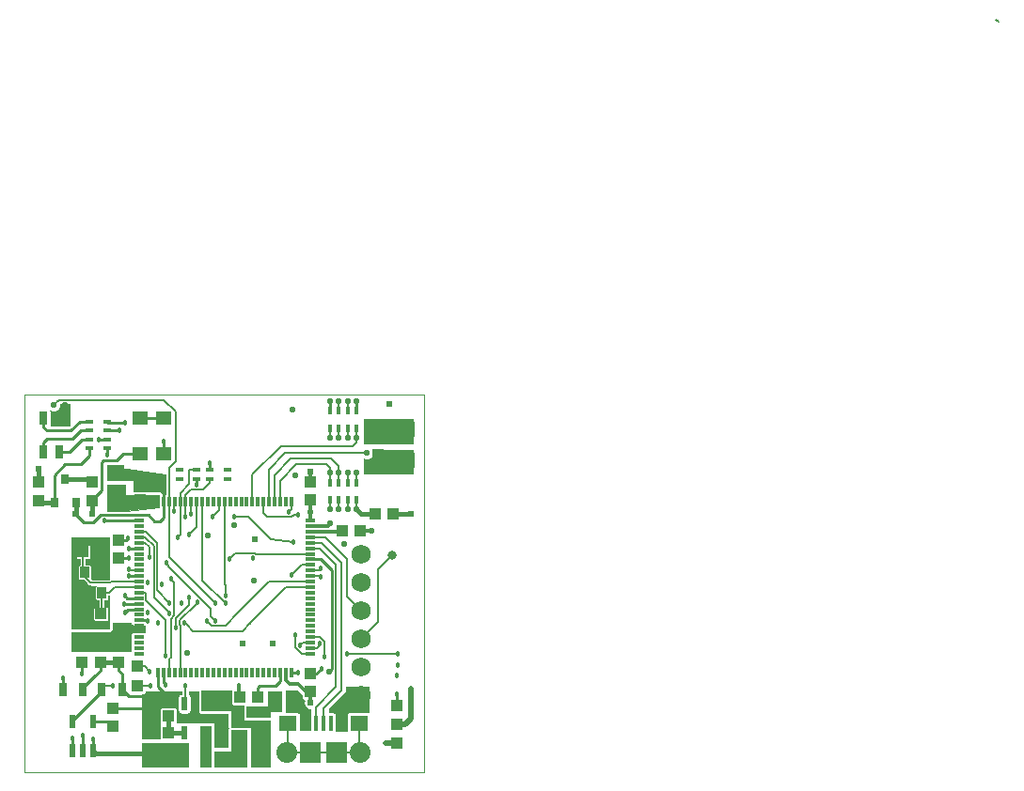
<source format=gtl>
G04 #@! TF.GenerationSoftware,KiCad,Pcbnew,(5.1.4)-1*
G04 #@! TF.CreationDate,2019-10-25T18:27:15-07:00*
G04 #@! TF.ProjectId,base,62617365-2e6b-4696-9361-645f70636258,rev?*
G04 #@! TF.SameCoordinates,Original*
G04 #@! TF.FileFunction,Copper,L1,Top*
G04 #@! TF.FilePolarity,Positive*
%FSLAX46Y46*%
G04 Gerber Fmt 4.6, Leading zero omitted, Abs format (unit mm)*
G04 Created by KiCad (PCBNEW (5.1.4)-1) date 2019-10-25 18:27:15*
%MOMM*%
%LPD*%
G04 APERTURE LIST*
%ADD10C,0.050000*%
%ADD11R,1.000000X1.100000*%
%ADD12R,0.700000X0.450000*%
%ADD13R,0.550000X1.200000*%
%ADD14R,1.400000X1.200000*%
%ADD15R,0.800000X1.200000*%
%ADD16R,1.600000X1.400000*%
%ADD17R,1.000000X1.000000*%
%ADD18R,0.300000X0.900000*%
%ADD19R,0.900000X0.300000*%
%ADD20R,0.450000X0.700000*%
%ADD21R,0.800000X0.900000*%
%ADD22R,0.700000X1.200000*%
%ADD23R,0.900000X1.000000*%
%ADD24R,1.200000X0.800000*%
%ADD25R,0.800000X2.000000*%
%ADD26R,0.630000X0.830000*%
%ADD27R,1.900000X1.900000*%
%ADD28C,1.870000*%
%ADD29R,0.400000X1.350000*%
%ADD30C,1.727200*%
%ADD31C,0.457000*%
%ADD32C,0.533400*%
%ADD33C,0.609600*%
%ADD34C,0.800000*%
%ADD35C,0.457200*%
%ADD36C,0.304800*%
%ADD37C,0.550000*%
%ADD38C,0.203200*%
%ADD39C,0.406400*%
%ADD40C,0.250000*%
%ADD41C,0.152400*%
%ADD42C,0.254000*%
%ADD43C,0.508000*%
%ADD44C,0.127000*%
%ADD45C,0.150000*%
%ADD46C,0.063500*%
%ADD47C,0.076200*%
G04 APERTURE END LIST*
D10*
X166500000Y-93500000D02*
X130500000Y-93500000D01*
X130500000Y-93500000D02*
X130500000Y-127500000D01*
X166500000Y-127500000D02*
X166500000Y-93500000D01*
X130500000Y-127500000D02*
X166500000Y-127500000D01*
D11*
X163989620Y-123209541D03*
X163989620Y-121509541D03*
X163990020Y-124908680D03*
X163990020Y-123208680D03*
X140650000Y-118000000D03*
X140650000Y-119700000D03*
D12*
X148750000Y-100300000D03*
X148750000Y-101100000D03*
X147200000Y-101100000D03*
X147200000Y-100300000D03*
X144450000Y-101100000D03*
X144450000Y-100300000D03*
X146000000Y-100300000D03*
X146000000Y-101100000D03*
D13*
X134800000Y-122999800D03*
X136700000Y-122999800D03*
X136700000Y-125600000D03*
X135750000Y-125600000D03*
X134800000Y-125600000D03*
D14*
X140900000Y-98800000D03*
X140900000Y-95600000D03*
X143000000Y-95600000D03*
X143000000Y-98800000D03*
D15*
X137450000Y-120050000D03*
X139250000Y-120050000D03*
D16*
X164861240Y-99393200D03*
X164861240Y-96593200D03*
D17*
X138400000Y-121750000D03*
X138400000Y-123350000D03*
D15*
X133950000Y-120100000D03*
X135750000Y-120100000D03*
D18*
X142501100Y-103125600D03*
X143001100Y-103125600D03*
X143501100Y-103125600D03*
X144001100Y-103125600D03*
X144501100Y-103125600D03*
X145001100Y-103125600D03*
X145501100Y-103125600D03*
X146001100Y-103125600D03*
X146501100Y-103125600D03*
X147001100Y-103125600D03*
X147501100Y-103125600D03*
X148001100Y-103125600D03*
X148501100Y-103125600D03*
X149001100Y-103125600D03*
X149501100Y-103125600D03*
X150001100Y-103125600D03*
X150501100Y-103125600D03*
X151001100Y-103125600D03*
X151501100Y-103125600D03*
X152001100Y-103125600D03*
X152501100Y-103125600D03*
X153001100Y-103125600D03*
X153501100Y-103125600D03*
X154001100Y-103125600D03*
X154501100Y-103125600D03*
D19*
X156221100Y-104845600D03*
X156221100Y-105345600D03*
X156221100Y-105845600D03*
X156221100Y-106345600D03*
X156221100Y-106845600D03*
X156221100Y-107345600D03*
X156221100Y-107845600D03*
X156221100Y-108345600D03*
X156221100Y-108845600D03*
X156221100Y-109345600D03*
X156221100Y-109845600D03*
X156221100Y-110345600D03*
X156221100Y-110845600D03*
X156221100Y-111345600D03*
X156221100Y-111845600D03*
X156221100Y-112345600D03*
X156221100Y-112845600D03*
X156221100Y-113345600D03*
X156221100Y-113845600D03*
X156221100Y-114345600D03*
X156221100Y-114845600D03*
X156221100Y-115345600D03*
X156221100Y-115845600D03*
X156221100Y-116345600D03*
X156221100Y-116845600D03*
D18*
X154501100Y-118565600D03*
X154001100Y-118565600D03*
X153501100Y-118565600D03*
X153001100Y-118565600D03*
X152501100Y-118565600D03*
X152001100Y-118565600D03*
X151501100Y-118565600D03*
X151001100Y-118565600D03*
X150501100Y-118565600D03*
X150001100Y-118565600D03*
X149501100Y-118565600D03*
X149001100Y-118565600D03*
X148501100Y-118565600D03*
X148001100Y-118565600D03*
X147501100Y-118565600D03*
X147001100Y-118565600D03*
X146501100Y-118565600D03*
X146001100Y-118565600D03*
X145501100Y-118565600D03*
X145001100Y-118565600D03*
X144501100Y-118565600D03*
X144001100Y-118565600D03*
X143501100Y-118565600D03*
X143001100Y-118565600D03*
X142501100Y-118565600D03*
D19*
X140781100Y-116845600D03*
X140781100Y-116345600D03*
X140781100Y-115845600D03*
X140781100Y-115345600D03*
X140781100Y-114845600D03*
X140781100Y-114345600D03*
X140781100Y-113845600D03*
X140781100Y-113345600D03*
X140781100Y-112845600D03*
X140781100Y-112345600D03*
X140781100Y-111845600D03*
X140781100Y-111345600D03*
X140781100Y-110845600D03*
X140781100Y-110345600D03*
X140781100Y-109845600D03*
X140781100Y-109345600D03*
X140781100Y-108845600D03*
X140781100Y-108345600D03*
X140781100Y-107845600D03*
X140781100Y-107345600D03*
X140781100Y-106845600D03*
X140781100Y-106345600D03*
X140781100Y-105845600D03*
X140781100Y-105345600D03*
X140781100Y-104845600D03*
D17*
X163652100Y-104241600D03*
X162052100Y-104241600D03*
D11*
X131737100Y-103059600D03*
X131737100Y-101359600D03*
D12*
X137909600Y-95929600D03*
X137909600Y-96729600D03*
X137909600Y-97529600D03*
X137909600Y-98329600D03*
X136359600Y-98329600D03*
X136359600Y-97529600D03*
X136359600Y-96729600D03*
X136359600Y-95929600D03*
D16*
X138722100Y-103355600D03*
X138722100Y-100555600D03*
D11*
X136563100Y-103059600D03*
X136563100Y-101359600D03*
D20*
X157969100Y-101434600D03*
X158769100Y-101434600D03*
X159569100Y-101434600D03*
X160369100Y-101434600D03*
X160369100Y-102984600D03*
X159569100Y-102984600D03*
X158769100Y-102984600D03*
X157969100Y-102984600D03*
X160369100Y-96507600D03*
X159569100Y-96507600D03*
X158769100Y-96507600D03*
X157969100Y-96507600D03*
X157969100Y-94957600D03*
X158769100Y-94957600D03*
X159569100Y-94957600D03*
X160369100Y-94957600D03*
D21*
X133200100Y-103209600D03*
X135100100Y-103209600D03*
X134150100Y-101109600D03*
D17*
X156248100Y-101409600D03*
X156248100Y-103009600D03*
D22*
X133580100Y-98629600D03*
X132180100Y-98629600D03*
X133580100Y-95629600D03*
X132180100Y-95629600D03*
D17*
X162344100Y-97345600D03*
X162344100Y-98945600D03*
X140881100Y-101409600D03*
X140881100Y-103009600D03*
X137363100Y-113258600D03*
X135763100Y-113258600D03*
X135763100Y-107670600D03*
X137363100Y-107670600D03*
X138976100Y-117614600D03*
X138976100Y-116014600D03*
X137325100Y-117614600D03*
X137325100Y-116014600D03*
X156248100Y-120281600D03*
X156248100Y-118681600D03*
X138976100Y-106616600D03*
X138976100Y-108216600D03*
X135674100Y-117614600D03*
X135674100Y-116014600D03*
D23*
X135890100Y-111364600D03*
X137440100Y-111364600D03*
X135890100Y-109514600D03*
X137440100Y-109514600D03*
D17*
X160731100Y-105765600D03*
X159131100Y-105765600D03*
X149860100Y-120751600D03*
X151460100Y-120751600D03*
X153035100Y-120751600D03*
X154635100Y-120751600D03*
D24*
X148247100Y-120867600D03*
X148247100Y-122667600D03*
X141770100Y-125842600D03*
X141770100Y-124042600D03*
D25*
X144834100Y-125958600D03*
X146834100Y-125958600D03*
D21*
X149964100Y-124164600D03*
X151864100Y-124164600D03*
X150914100Y-122064600D03*
D11*
X148247100Y-126300600D03*
X148247100Y-124600600D03*
D26*
X149764100Y-126212600D03*
X152064100Y-126212600D03*
D11*
X143421100Y-125665600D03*
X143421100Y-123965600D03*
D13*
X146784100Y-123956700D03*
X144884100Y-123956700D03*
X144884100Y-121356500D03*
X145834100Y-121356500D03*
X146784100Y-121356500D03*
D27*
X158591100Y-125776100D03*
X156191100Y-125776100D03*
D28*
X154091100Y-125776100D03*
X160691100Y-125776100D03*
D16*
X160591100Y-123101100D03*
X154191100Y-123101100D03*
D29*
X158691100Y-123101100D03*
X156091100Y-123101100D03*
X156741100Y-123101100D03*
X158041100Y-123101100D03*
X157391100Y-123101100D03*
D11*
X143421100Y-122490600D03*
X143421100Y-120790600D03*
D30*
X160820100Y-120624600D03*
X160820100Y-118084600D03*
X160820100Y-115544600D03*
X160820100Y-113004600D03*
X160820100Y-110464600D03*
X160820100Y-107924600D03*
D31*
X137629900Y-106685080D03*
D32*
X161709100Y-105765600D03*
X159550100Y-121767600D03*
X158661100Y-121767600D03*
D33*
X156248100Y-121259600D03*
D32*
X159246100Y-106958600D03*
D33*
X156248100Y-100431600D03*
D32*
X158026100Y-105130600D03*
X161328100Y-96875600D03*
X161328100Y-97637600D03*
X159569100Y-100558600D03*
X154851100Y-100812600D03*
X154571100Y-94869600D03*
D33*
X165265100Y-104241600D03*
X163369100Y-94326600D03*
X135089900Y-104241600D03*
D32*
X145094100Y-116771400D03*
X151171100Y-110271400D03*
X146971100Y-106234900D03*
X149380100Y-105270400D03*
D33*
X152809100Y-115938400D03*
X131737100Y-100177600D03*
D31*
X135750000Y-124200000D03*
X141700000Y-120700000D03*
X141675000Y-121225000D03*
X148150000Y-123550000D03*
X149771100Y-119735600D03*
X145834100Y-122656600D03*
X164084000Y-117856000D03*
X164050000Y-118808500D03*
D33*
X151188420Y-106542840D03*
D31*
X141587220Y-110467140D03*
X141597380Y-113865660D03*
X141578895Y-113121979D03*
X139843485Y-109283701D03*
X139827000Y-106420920D03*
D32*
X151930100Y-121894600D03*
X157899100Y-118465600D03*
X156248100Y-104114600D03*
X157969100Y-103860600D03*
X157969100Y-94081600D03*
X160369100Y-100558600D03*
X158769100Y-103860600D03*
X161836100Y-100177600D03*
X159569100Y-94081600D03*
X162725100Y-100177600D03*
X158769100Y-94081600D03*
X160369100Y-94081600D03*
X134150100Y-94462600D03*
D33*
X150142100Y-115938400D03*
D31*
X139900000Y-102800000D03*
X144645889Y-112300000D03*
X157250000Y-118200000D03*
X143200000Y-119650000D03*
X163969700Y-120523000D03*
X136692640Y-124541280D03*
X134790180Y-124513340D03*
X133941820Y-119067580D03*
X135658860Y-118668800D03*
X151048720Y-108198920D03*
X155117800Y-118584980D03*
X142831820Y-110586520D03*
X142524480Y-114081560D03*
X139847320Y-109867700D03*
X139867640Y-107340400D03*
X139849860Y-108242100D03*
X141955520Y-103146860D03*
X146006820Y-101625400D03*
X147198080Y-99661980D03*
X143002000Y-97726500D03*
X162966400Y-124899420D03*
X151218900Y-123182380D03*
X152036780Y-123174760D03*
D32*
X149390100Y-125069600D03*
X150152100Y-125069600D03*
X157969100Y-100558600D03*
X158769100Y-100558600D03*
X160369100Y-103860600D03*
D31*
X143200000Y-117000000D03*
D34*
X163600000Y-107950000D03*
D32*
X159569100Y-103860600D03*
D31*
X145492232Y-104283107D03*
D32*
X160369100Y-97383600D03*
D35*
X157137100Y-109956600D03*
D32*
X159569100Y-97383600D03*
D35*
X157137100Y-109194600D03*
D32*
X158769100Y-97383600D03*
X157969100Y-97383600D03*
D31*
X155100000Y-104300000D03*
X154897921Y-115180563D03*
X157065813Y-115968969D03*
X155321000Y-116078000D03*
X157484823Y-117106610D03*
D33*
X136563100Y-104241600D03*
D32*
X133134100Y-94462600D03*
D35*
X147671100Y-112321400D03*
D31*
X143950000Y-104000000D03*
X144250000Y-106350000D03*
X145000000Y-104500000D03*
X145271100Y-106144400D03*
D35*
X148571100Y-112321400D03*
D31*
X149350000Y-104486308D03*
X147450000Y-104486308D03*
X154700000Y-106750000D03*
D35*
X148571100Y-111571400D03*
D32*
X161328100Y-98780600D03*
D31*
X154250000Y-104050000D03*
D35*
X148950000Y-108300000D03*
D31*
X154521501Y-109747657D03*
D35*
X146871100Y-113871400D03*
X144900000Y-114050000D03*
D31*
X146078722Y-112221278D03*
D35*
X143671100Y-110096400D03*
D31*
X139550000Y-113100000D03*
X137150000Y-97550000D03*
X139450000Y-112350000D03*
X139000000Y-96700000D03*
X139500000Y-111600000D03*
X139500000Y-96000000D03*
D35*
X147671100Y-113871400D03*
D31*
X143231000Y-108650000D03*
X141709219Y-108150000D03*
X143550000Y-113200000D03*
X143550000Y-112300000D03*
X137900000Y-98950000D03*
X137650000Y-104850000D03*
X141800000Y-119700000D03*
X138400000Y-119700000D03*
X144950000Y-119700000D03*
X164119560Y-116855240D03*
X159517080Y-116865400D03*
X145300000Y-111750000D03*
X144100000Y-114500000D03*
X141750000Y-118450000D03*
X165249860Y-120027700D03*
D36*
X160731100Y-105765600D02*
X161709100Y-105765600D01*
X156248100Y-120281600D02*
X156248100Y-121259600D01*
D37*
X145834100Y-121356500D02*
X145834100Y-122656600D01*
D36*
X149771100Y-119735600D02*
X149771100Y-119735600D01*
X149860100Y-120751600D02*
X149771100Y-120662600D01*
X156248100Y-120281600D02*
X155778100Y-120281600D01*
X155105100Y-119608600D02*
X155778100Y-120281600D01*
X154001100Y-118565600D02*
X154001100Y-119266600D01*
X154343100Y-119608600D02*
X155105100Y-119608600D01*
X154001100Y-119266600D02*
X154343100Y-119608600D01*
X156248100Y-101409600D02*
X156248100Y-100431600D01*
D38*
X159569100Y-101434600D02*
X159569100Y-100558600D01*
D36*
X157811100Y-105345600D02*
X158026100Y-105130600D01*
D39*
X135100100Y-104231400D02*
X135089900Y-104241600D01*
X135100100Y-103209600D02*
X135100100Y-104231400D01*
X163652100Y-104241600D02*
X165265100Y-104241600D01*
D36*
X156221100Y-105345600D02*
X157811100Y-105345600D01*
D39*
X131737100Y-101359600D02*
X131737100Y-100177600D01*
D40*
X135848300Y-105000000D02*
X135089900Y-104241600D01*
X136700000Y-105000000D02*
X135848300Y-105000000D01*
X137330501Y-104369499D02*
X136700000Y-105000000D01*
D39*
X138976100Y-117614600D02*
X137325100Y-117614600D01*
D40*
X143001100Y-103125600D02*
X143001100Y-104548900D01*
X143001100Y-104548900D02*
X142650000Y-104900000D01*
X142650000Y-104900000D02*
X142200000Y-104900000D01*
X141669499Y-104369499D02*
X137330501Y-104369499D01*
X142200000Y-104900000D02*
X141669499Y-104369499D01*
X138976100Y-118364600D02*
X138976100Y-117614600D01*
X142501100Y-119265600D02*
X142500000Y-119266700D01*
X142501100Y-118565600D02*
X142501100Y-119265600D01*
X143421100Y-120740600D02*
X143421100Y-120790600D01*
X142500000Y-119819500D02*
X143421100Y-120740600D01*
X142500000Y-119266700D02*
X142500000Y-119819500D01*
X137325100Y-118364600D02*
X136839700Y-118850000D01*
X137325100Y-117614600D02*
X137325100Y-118364600D01*
X135750000Y-119900000D02*
X135750000Y-120100000D01*
X136800000Y-118850000D02*
X135750000Y-119900000D01*
X136839700Y-118850000D02*
X136800000Y-118850000D01*
X139250000Y-120050000D02*
X139250000Y-120250000D01*
X142680500Y-120050000D02*
X143421100Y-120790600D01*
X135750000Y-125600000D02*
X135750000Y-124200000D01*
X138400000Y-121750000D02*
X141150000Y-121750000D01*
X142109400Y-120790600D02*
X143421100Y-120790600D01*
X141150000Y-121750000D02*
X141675000Y-121225000D01*
X141675000Y-121225000D02*
X142109400Y-120790600D01*
D36*
X149771100Y-119735600D02*
X149771100Y-120662600D01*
D37*
X145834100Y-122656600D02*
X145834100Y-122656600D01*
D40*
X139900000Y-120700000D02*
X139250000Y-120050000D01*
X141700000Y-120700000D02*
X139900000Y-120700000D01*
X139250000Y-118638500D02*
X139250000Y-120050000D01*
X138976100Y-118364600D02*
X139250000Y-118638500D01*
X140781100Y-113845600D02*
X141577320Y-113845600D01*
X141577320Y-113845600D02*
X141597380Y-113865660D01*
D41*
X140781100Y-109345600D02*
X139905384Y-109345600D01*
X139905384Y-109345600D02*
X139843485Y-109283701D01*
D40*
X138976100Y-106616600D02*
X139631320Y-106616600D01*
X139631320Y-106616600D02*
X139827000Y-106420920D01*
D42*
X157177100Y-108345600D02*
X158165799Y-109334299D01*
X158165799Y-118198901D02*
X157899100Y-118465600D01*
X156221100Y-108345600D02*
X157177100Y-108345600D01*
X158165799Y-109334299D02*
X158165799Y-118198901D01*
D36*
X156132100Y-118565600D02*
X156248100Y-118681600D01*
X156248100Y-104114600D02*
X156248100Y-103009600D01*
X156248100Y-104818600D02*
X156248100Y-104114600D01*
X156248100Y-104818600D02*
X156221100Y-104845600D01*
D38*
X157969100Y-102984600D02*
X157969100Y-103860600D01*
D42*
X160369100Y-94957600D02*
X160369100Y-94081600D01*
D38*
X159569100Y-94957600D02*
X159569100Y-94081600D01*
X158769100Y-94957600D02*
X158769100Y-94081600D01*
X160369100Y-101434600D02*
X160369100Y-100558600D01*
X158769100Y-102984600D02*
X158769100Y-103860600D01*
D42*
X157969100Y-94957600D02*
X157969100Y-94081600D01*
D39*
X136942600Y-125842600D02*
X136700000Y-125600000D01*
X141770100Y-125842600D02*
X136942600Y-125842600D01*
D40*
X156248100Y-118681600D02*
X156768400Y-118681600D01*
X156768400Y-118681600D02*
X157250000Y-118200000D01*
X143001100Y-118565600D02*
X143001100Y-119451100D01*
X143001100Y-119451100D02*
X143200000Y-119650000D01*
X163989620Y-121509541D02*
X163989620Y-120542920D01*
X163989620Y-120542920D02*
X163969700Y-120523000D01*
X136700000Y-125600000D02*
X136700000Y-124548640D01*
X136700000Y-124548640D02*
X136692640Y-124541280D01*
X134800000Y-125600000D02*
X134800000Y-124523160D01*
X134800000Y-124523160D02*
X134790180Y-124513340D01*
X133950000Y-120100000D02*
X133950000Y-119075760D01*
X133950000Y-119075760D02*
X133941820Y-119067580D01*
X135674100Y-117614600D02*
X135674100Y-118653560D01*
X135674100Y-118653560D02*
X135658860Y-118668800D01*
X154501100Y-118565600D02*
X155098420Y-118565600D01*
X155098420Y-118565600D02*
X155117800Y-118584980D01*
X139869420Y-109845600D02*
X139847320Y-109867700D01*
X140781100Y-109845600D02*
X139869420Y-109845600D01*
X140781100Y-107345600D02*
X139872840Y-107345600D01*
X139872840Y-107345600D02*
X139867640Y-107340400D01*
X139824360Y-108216600D02*
X139849860Y-108242100D01*
X138976100Y-108216600D02*
X139824360Y-108216600D01*
X142501100Y-103125600D02*
X141976780Y-103125600D01*
X141976780Y-103125600D02*
X141955520Y-103146860D01*
X146000000Y-101618580D02*
X146006820Y-101625400D01*
X146000000Y-101100000D02*
X146000000Y-101618580D01*
X147200000Y-100300000D02*
X147200000Y-99663900D01*
X147200000Y-99663900D02*
X147198080Y-99661980D01*
X143000000Y-97728500D02*
X143002000Y-97726500D01*
X143000000Y-98800000D02*
X143000000Y-97728500D01*
D43*
X163990020Y-124908680D02*
X162975660Y-124908680D01*
D40*
X162975660Y-124908680D02*
X162966400Y-124899420D01*
D38*
X137440100Y-111364600D02*
X137440100Y-113181600D01*
X137440100Y-113181600D02*
X137440100Y-113181600D01*
X137440100Y-113181600D02*
X137363100Y-113258600D01*
X138595100Y-110845600D02*
X138087100Y-111353600D01*
X138087100Y-111353600D02*
X137451100Y-111353600D01*
X137451100Y-111353600D02*
X137440100Y-111364600D01*
X140781100Y-110845600D02*
X138595100Y-110845600D01*
X135763100Y-107670600D02*
X135763100Y-109514600D01*
X135763100Y-109514600D02*
X135890100Y-109514600D01*
X135890100Y-109514600D02*
X135890100Y-109918600D01*
X135890100Y-109918600D02*
X136436100Y-110464600D01*
X136436100Y-110464600D02*
X138214100Y-110464600D01*
X138214100Y-110464600D02*
X138341100Y-110337600D01*
X138341100Y-110337600D02*
X140773100Y-110337600D01*
X140773100Y-110337600D02*
X140781100Y-110345600D01*
X157969100Y-100558600D02*
X157969100Y-100120600D01*
X153501100Y-101273600D02*
X154978100Y-99796600D01*
X157969100Y-100120600D02*
X157645100Y-99796600D01*
X154978100Y-99796600D02*
X157645100Y-99796600D01*
X157969100Y-101434600D02*
X157969100Y-100558600D01*
X153501100Y-103125600D02*
X153501100Y-101273600D01*
X158115100Y-99288600D02*
X158769100Y-99942600D01*
X154470100Y-99288600D02*
X158115100Y-99288600D01*
X158769100Y-100558600D02*
X158769100Y-99942600D01*
X158769100Y-101434600D02*
X158769100Y-100558600D01*
X153001100Y-100757600D02*
X154470100Y-99288600D01*
X153001100Y-103125600D02*
X153001100Y-100757600D01*
D39*
X162052100Y-104241600D02*
X160750100Y-104241600D01*
D38*
X160369100Y-102984600D02*
X160369100Y-103860600D01*
D39*
X160750100Y-104241600D02*
X160369100Y-103860600D01*
D44*
X141358100Y-111345600D02*
X140781100Y-111345600D01*
X141421601Y-111409101D02*
X141358100Y-111345600D01*
X141421601Y-112071601D02*
X141421601Y-111409101D01*
X143200000Y-117000000D02*
X143200000Y-113850000D01*
X143200000Y-113850000D02*
X141421601Y-112071601D01*
D38*
X162344100Y-109205900D02*
X163600000Y-107950000D01*
X160820100Y-115544600D02*
X162344100Y-114020600D01*
X162344100Y-114020600D02*
X162344100Y-109205900D01*
X159569100Y-102984600D02*
X159569100Y-103860600D01*
D41*
X145501100Y-103125600D02*
X145501100Y-104241975D01*
D44*
X145501100Y-104241975D02*
X145542232Y-104283107D01*
X145542232Y-104283107D02*
X145542232Y-104283107D01*
D38*
X160058100Y-98145600D02*
X153581100Y-98145600D01*
X160058100Y-98145600D02*
X160369100Y-97834600D01*
X160369100Y-96507600D02*
X160369100Y-97383600D01*
X160369100Y-97383600D02*
X160369100Y-97834600D01*
X151001100Y-100725600D02*
X153581100Y-98145600D01*
X151001100Y-103125600D02*
X151001100Y-100725600D01*
X156221100Y-109845600D02*
X157026100Y-109845600D01*
X157026100Y-109845600D02*
X157137100Y-109956600D01*
X159569100Y-96507600D02*
X159569100Y-97383600D01*
X156221100Y-109345600D02*
X156986100Y-109345600D01*
X156986100Y-109345600D02*
X157137100Y-109194600D01*
X158769100Y-96507600D02*
X158769100Y-97383600D01*
X157969100Y-96507600D02*
X157969100Y-97383600D01*
D45*
X154750000Y-104300000D02*
X155100000Y-104300000D01*
X154550000Y-104500000D02*
X154750000Y-104300000D01*
X152350000Y-104500000D02*
X154550000Y-104500000D01*
X152001100Y-103125600D02*
X152001100Y-104151100D01*
X152001100Y-104151100D02*
X152350000Y-104500000D01*
D39*
X133200100Y-103209600D02*
X131887100Y-103209600D01*
X131887100Y-103209600D02*
X131737100Y-103059600D01*
D42*
X136359600Y-98984100D02*
X135547100Y-99796600D01*
X135547100Y-99796600D02*
X134150100Y-99796600D01*
X133200100Y-100746600D02*
X134150100Y-99796600D01*
X133200100Y-103209600D02*
X133200100Y-100746600D01*
X136359600Y-98329600D02*
X136359600Y-98984100D01*
D39*
X136313100Y-101109600D02*
X136563100Y-101359600D01*
X134150100Y-101109600D02*
X136313100Y-101109600D01*
D42*
X133580100Y-98629600D02*
X134555100Y-98629600D01*
X136359600Y-97529600D02*
X135655100Y-97529600D01*
X135655100Y-97529600D02*
X134555100Y-98629600D01*
X132180100Y-98629600D02*
X132180100Y-97829600D01*
X136359600Y-96729600D02*
X135566100Y-96729600D01*
X134785100Y-97510600D02*
X132499100Y-97510600D01*
X132499100Y-97510600D02*
X132180100Y-97829600D01*
X135566100Y-96729600D02*
X134785100Y-97510600D01*
X134658100Y-96748600D02*
X132499100Y-96748600D01*
X135477100Y-95929600D02*
X134658100Y-96748600D01*
X136359600Y-95929600D02*
X135477100Y-95929600D01*
X132180100Y-95629600D02*
X132180100Y-96429600D01*
X132499100Y-96748600D02*
X132180100Y-96429600D01*
D36*
X156221100Y-105845600D02*
X159051100Y-105845600D01*
X159131100Y-105765600D02*
X159051100Y-105845600D01*
D42*
X153501100Y-119307600D02*
X153073100Y-119735600D01*
X153073100Y-119735600D02*
X151676100Y-119735600D01*
X151676100Y-119735600D02*
X151460100Y-119951600D01*
X151460100Y-120751600D02*
X151460100Y-119951600D01*
X153501100Y-118565600D02*
X153501100Y-119307600D01*
D41*
X156221100Y-111845600D02*
X156205100Y-111861600D01*
X152993100Y-118557600D02*
X153001100Y-118565600D01*
X152493100Y-118557600D02*
X152501100Y-118565600D01*
D44*
X156221100Y-116845600D02*
X155468476Y-116845600D01*
X154897921Y-115503710D02*
X154897921Y-115180563D01*
X154897921Y-116275045D02*
X154897921Y-115503710D01*
X155468476Y-116845600D02*
X154897921Y-116275045D01*
X156798100Y-116345600D02*
X157065813Y-116077887D01*
X157065813Y-116077887D02*
X157065813Y-115968969D01*
X156221100Y-116345600D02*
X156798100Y-116345600D01*
X156221100Y-115845600D02*
X155553400Y-115845600D01*
X155553400Y-115845600D02*
X155321000Y-116078000D01*
X157484823Y-115727654D02*
X157484823Y-117106610D01*
X157102769Y-115345600D02*
X157484823Y-115727654D01*
X156221100Y-115345600D02*
X157102769Y-115345600D01*
D39*
X136563100Y-103059600D02*
X136563100Y-104241600D01*
D40*
X136563100Y-103009600D02*
X136563100Y-103059600D01*
X140900000Y-98800000D02*
X139400000Y-98800000D01*
X137450000Y-99600000D02*
X137450000Y-102122700D01*
X137450000Y-102122700D02*
X136563100Y-103009600D01*
X137450000Y-99600000D02*
X137600000Y-99450000D01*
X137600000Y-99450000D02*
X138800000Y-99450000D01*
X138800000Y-99400000D02*
X139400000Y-98800000D01*
X138800000Y-99450000D02*
X138800000Y-99400000D01*
D44*
X143501100Y-103125600D02*
X143501100Y-100098900D01*
X143501100Y-100098900D02*
X144100000Y-99500000D01*
X133400799Y-94195901D02*
X133134100Y-94462600D01*
X133591301Y-94005399D02*
X133400799Y-94195901D01*
X143048301Y-94005399D02*
X133591301Y-94005399D01*
X144100000Y-95057098D02*
X143048301Y-94005399D01*
X144100000Y-99500000D02*
X144100000Y-95057098D01*
X143501100Y-103125600D02*
X143501100Y-107601400D01*
X143501100Y-108151400D02*
X143501100Y-107601400D01*
X147671100Y-112321400D02*
X143501100Y-108151400D01*
X143950000Y-103176700D02*
X144001100Y-103125600D01*
X143950000Y-104000000D02*
X143950000Y-103176700D01*
X145300000Y-100300000D02*
X146000000Y-100300000D01*
X145300000Y-101550000D02*
X145300000Y-100300000D01*
X144501100Y-103125600D02*
X144501100Y-102348900D01*
X144501100Y-102348900D02*
X145300000Y-101550000D01*
X144501100Y-106098900D02*
X144250000Y-106350000D01*
X144501100Y-103125600D02*
X144501100Y-106098900D01*
X145000000Y-103126700D02*
X145001100Y-103125600D01*
X145000000Y-104500000D02*
X145000000Y-103126700D01*
X146607598Y-102044402D02*
X147200000Y-101452000D01*
X147200000Y-101452000D02*
X147200000Y-101100000D01*
X145505298Y-102044402D02*
X146607598Y-102044402D01*
X145001100Y-102548600D02*
X145505298Y-102044402D01*
X145001100Y-103125600D02*
X145001100Y-102548600D01*
X146001100Y-105414400D02*
X145271100Y-106144400D01*
X146001100Y-103125600D02*
X146001100Y-105414400D01*
X146501100Y-109701400D02*
X146501100Y-103125600D01*
X146501100Y-110251400D02*
X146501100Y-109701400D01*
X148571100Y-112321400D02*
X146501100Y-110251400D01*
X148000000Y-103126700D02*
X148001100Y-103125600D01*
X150623054Y-104486308D02*
X149900000Y-104486308D01*
X154700000Y-106750000D02*
X152669506Y-106532760D01*
X152669506Y-106532760D02*
X150623054Y-104486308D01*
X148001100Y-103935208D02*
X147450000Y-104486308D01*
X148001100Y-103125600D02*
X148001100Y-103935208D01*
X149900000Y-104486308D02*
X149350000Y-104486308D01*
X148571100Y-110698111D02*
X148571100Y-111571400D01*
X148501100Y-103125600D02*
X148501100Y-110628111D01*
X148501100Y-110628111D02*
X148571100Y-110698111D01*
D38*
X153962100Y-98780600D02*
X152501100Y-100241600D01*
X161328100Y-98780600D02*
X153962100Y-98780600D01*
X152501100Y-103125600D02*
X152501100Y-100241600D01*
D45*
X154501100Y-103125600D02*
X154501100Y-103798900D01*
X154501100Y-103798900D02*
X154250000Y-104050000D01*
D41*
X156221100Y-106345600D02*
X157590100Y-106345600D01*
X157590100Y-106345600D02*
X159550100Y-108305600D01*
X159550100Y-108305600D02*
X159550100Y-111734600D01*
X159550100Y-111734600D02*
X160820100Y-113004600D01*
D38*
X159009178Y-108653678D02*
X159009178Y-120149522D01*
X156221100Y-106845600D02*
X157201100Y-106845600D01*
X157201100Y-106845600D02*
X159009178Y-108653678D01*
X159009178Y-120149522D02*
X157391100Y-121767600D01*
X157391100Y-121767600D02*
X157391100Y-122222900D01*
X157391100Y-122222900D02*
X157391100Y-123101100D01*
X156221100Y-107345600D02*
X157066100Y-107345600D01*
X157066100Y-107345600D02*
X158534100Y-108813600D01*
X158534100Y-108813600D02*
X158534100Y-119862600D01*
X158534100Y-119862600D02*
X156741100Y-121655600D01*
X156741100Y-123101100D02*
X156741100Y-121655600D01*
D41*
X151334318Y-107845600D02*
X155618700Y-107845600D01*
X155618700Y-107845600D02*
X156221100Y-107845600D01*
X151255937Y-107767219D02*
X151334318Y-107845600D01*
X149482781Y-107767219D02*
X151255937Y-107767219D01*
X148950000Y-108300000D02*
X149482781Y-107767219D01*
D44*
X155423558Y-108845600D02*
X156221100Y-108845600D01*
X154521501Y-109747657D02*
X155423558Y-108845600D01*
D41*
X156213100Y-110337600D02*
X156213100Y-110337600D01*
X156213100Y-110337600D02*
X156221100Y-110345600D01*
D44*
X148559469Y-114290501D02*
X149724985Y-113124985D01*
X149599970Y-113250000D02*
X149724985Y-113124985D01*
X152504370Y-110345600D02*
X156221100Y-110345600D01*
X149724985Y-113124985D02*
X152504370Y-110345600D01*
X147290201Y-114290501D02*
X146871100Y-113871400D01*
X148559469Y-114290501D02*
X147290201Y-114290501D01*
X154036771Y-110845600D02*
X150782371Y-114100000D01*
X150782371Y-114100000D02*
X150782371Y-114117629D01*
X156221100Y-110845600D02*
X154036771Y-110845600D01*
X145128599Y-114278599D02*
X144900000Y-114050000D01*
X145650000Y-114800000D02*
X145128599Y-114278599D01*
X150082371Y-114800000D02*
X145650000Y-114800000D01*
X150782371Y-114100000D02*
X150082371Y-114800000D01*
X144501100Y-117988600D02*
X144501100Y-118565600D01*
X144501100Y-115060698D02*
X144501100Y-118565600D01*
X145850223Y-112449777D02*
X146078722Y-112221278D01*
X144480899Y-113819101D02*
X145850223Y-112449777D01*
X144480899Y-114251169D02*
X144480899Y-113819101D01*
X144519001Y-114289271D02*
X144480899Y-114251169D01*
X144519001Y-115042797D02*
X144519001Y-114289271D01*
X144501100Y-115060698D02*
X144519001Y-115042797D01*
X143899699Y-110324999D02*
X143671100Y-110096400D01*
X143501100Y-118565600D02*
X143501100Y-117319022D01*
X143501100Y-117319022D02*
X143650000Y-117170122D01*
X143650000Y-117170122D02*
X143650000Y-113720122D01*
X143650000Y-113720122D02*
X143969001Y-113401121D01*
X143969001Y-113401121D02*
X143969001Y-110394301D01*
X143969001Y-110394301D02*
X143899699Y-110324999D01*
D40*
X140781100Y-112845600D02*
X139804400Y-112845600D01*
X139804400Y-112845600D02*
X139550000Y-113100000D01*
X137889200Y-97550000D02*
X137909600Y-97529600D01*
X137150000Y-97550000D02*
X137889200Y-97550000D01*
X140781100Y-112345600D02*
X139454400Y-112345600D01*
X139454400Y-112345600D02*
X139450000Y-112350000D01*
X137939200Y-96700000D02*
X137909600Y-96729600D01*
X139000000Y-96700000D02*
X137939200Y-96700000D01*
D44*
X138034600Y-95929600D02*
X138055000Y-95950000D01*
X137909600Y-95929600D02*
X138034600Y-95929600D01*
D40*
X140781100Y-111845600D02*
X139745600Y-111845600D01*
X139745600Y-111845600D02*
X139500000Y-111600000D01*
X137980000Y-96000000D02*
X137909600Y-95929600D01*
X139500000Y-96000000D02*
X137980000Y-96000000D01*
D44*
X147251999Y-113452299D02*
X147671100Y-113871400D01*
X147251999Y-112801999D02*
X147251999Y-113452299D01*
X143459499Y-109009499D02*
X147251999Y-112801999D01*
X143459499Y-108878499D02*
X143459499Y-109009499D01*
X143231000Y-108650000D02*
X143459499Y-108878499D01*
X141709219Y-107196719D02*
X141709219Y-107826853D01*
X140781100Y-106845600D02*
X141358100Y-106845600D01*
X141358100Y-106845600D02*
X141709219Y-107196719D01*
X141709219Y-107826853D02*
X141709219Y-108150000D01*
X140781100Y-106345600D02*
X141358100Y-106345600D01*
X141358100Y-106345600D02*
X142128229Y-107115729D01*
X143321501Y-112971501D02*
X143550000Y-113200000D01*
X142128229Y-111778229D02*
X143321501Y-112971501D01*
X142128229Y-107115729D02*
X142128229Y-111778229D01*
X142382240Y-111132240D02*
X143550000Y-112300000D01*
X142382240Y-106832240D02*
X142382240Y-111132240D01*
X141395600Y-105845600D02*
X142382240Y-106832240D01*
X140781100Y-105845600D02*
X141395600Y-105845600D01*
D40*
X137909600Y-98329600D02*
X137909600Y-98940400D01*
X137909600Y-98940400D02*
X137900000Y-98950000D01*
X140776700Y-104850000D02*
X140781100Y-104845600D01*
X137650000Y-104850000D02*
X140776700Y-104850000D01*
D39*
X143421100Y-123965600D02*
X143421100Y-122490600D01*
X143421100Y-123965600D02*
X144875200Y-123965600D01*
X144875200Y-123965600D02*
X144884100Y-123956700D01*
D44*
X154191100Y-125676100D02*
X154091100Y-125776100D01*
X154191100Y-123101100D02*
X154191100Y-125676100D01*
X160591100Y-125676100D02*
X160691100Y-125776100D01*
X160591100Y-123101100D02*
X160591100Y-125676100D01*
X154091100Y-125776100D02*
X156191100Y-125776100D01*
X157268100Y-125776100D02*
X158591100Y-125776100D01*
X156191100Y-125776100D02*
X157268100Y-125776100D01*
X158591100Y-125776100D02*
X160691100Y-125776100D01*
D40*
X138049800Y-122999800D02*
X138400000Y-123350000D01*
X136700000Y-122999800D02*
X138049800Y-122999800D01*
X134800000Y-122900000D02*
X134800000Y-122999800D01*
X137450000Y-120250000D02*
X134800000Y-122900000D01*
X137450000Y-120050000D02*
X137450000Y-120250000D01*
D44*
X140650000Y-119700000D02*
X141800000Y-119700000D01*
X137800000Y-119700000D02*
X137450000Y-120050000D01*
X138400000Y-119700000D02*
X137800000Y-119700000D01*
D40*
X140900000Y-95600000D02*
X143000000Y-95600000D01*
D44*
X144950000Y-121290600D02*
X144884100Y-121356500D01*
X144950000Y-119700000D02*
X144950000Y-121290600D01*
X159527240Y-116855240D02*
X159517080Y-116865400D01*
X164119560Y-116855240D02*
X159527240Y-116855240D01*
D41*
X217975100Y-59676600D02*
X218190100Y-59891600D01*
D44*
X145300000Y-112073147D02*
X145300000Y-111750000D01*
X145300000Y-112429346D02*
X145300000Y-112073147D01*
X144100000Y-113629346D02*
X145300000Y-112429346D01*
X144100000Y-114500000D02*
X144100000Y-113629346D01*
X141300000Y-118000000D02*
X140650000Y-118000000D01*
X141750000Y-118450000D02*
X141300000Y-118000000D01*
D43*
X165249860Y-120350847D02*
X165249860Y-120027700D01*
X165249860Y-122698840D02*
X165249860Y-120350847D01*
X164740020Y-123208680D02*
X165249860Y-122698840D01*
X163990020Y-123208680D02*
X164740020Y-123208680D01*
D46*
G36*
X138118850Y-110191660D02*
G01*
X138106260Y-110204250D01*
X136543940Y-110204250D01*
X136459292Y-110119602D01*
X136472734Y-110103223D01*
X136487475Y-110075645D01*
X136496553Y-110045720D01*
X136499618Y-110014600D01*
X136499618Y-109014600D01*
X136496553Y-108983480D01*
X136487475Y-108953555D01*
X136472734Y-108925977D01*
X136452896Y-108901804D01*
X136428723Y-108881966D01*
X136401145Y-108867225D01*
X136371220Y-108858147D01*
X136340100Y-108855082D01*
X136023450Y-108855082D01*
X136023450Y-108330118D01*
X136263100Y-108330118D01*
X136294220Y-108327053D01*
X136324145Y-108317975D01*
X136351723Y-108303234D01*
X136375896Y-108283396D01*
X136395734Y-108259223D01*
X136410475Y-108231645D01*
X136419553Y-108201720D01*
X136422618Y-108170600D01*
X136422618Y-107170600D01*
X136419553Y-107139480D01*
X136410475Y-107109555D01*
X136395734Y-107081977D01*
X136375896Y-107057804D01*
X136351723Y-107037966D01*
X136324145Y-107023225D01*
X136294220Y-107014147D01*
X136263100Y-107011082D01*
X135263100Y-107011082D01*
X135231980Y-107014147D01*
X135202055Y-107023225D01*
X135174477Y-107037966D01*
X135150304Y-107057804D01*
X135130466Y-107081977D01*
X135115725Y-107109555D01*
X135106647Y-107139480D01*
X135103582Y-107170600D01*
X135103582Y-108170600D01*
X135106647Y-108201720D01*
X135115725Y-108231645D01*
X135130466Y-108259223D01*
X135150304Y-108283396D01*
X135174477Y-108303234D01*
X135202055Y-108317975D01*
X135231980Y-108327053D01*
X135263100Y-108330118D01*
X135502750Y-108330118D01*
X135502751Y-108855082D01*
X135440100Y-108855082D01*
X135408980Y-108858147D01*
X135379055Y-108867225D01*
X135351477Y-108881966D01*
X135327304Y-108901804D01*
X135307466Y-108925977D01*
X135292725Y-108953555D01*
X135283647Y-108983480D01*
X135280582Y-109014600D01*
X135280582Y-110014600D01*
X135283647Y-110045720D01*
X135292725Y-110075645D01*
X135307466Y-110103223D01*
X135327304Y-110127396D01*
X135351477Y-110147234D01*
X135379055Y-110161975D01*
X135408980Y-110171053D01*
X135440100Y-110174118D01*
X135777428Y-110174118D01*
X136242968Y-110639658D01*
X136251115Y-110649585D01*
X136290758Y-110682120D01*
X136320232Y-110697874D01*
X136335986Y-110706295D01*
X136385062Y-110721182D01*
X136389690Y-110721638D01*
X136423318Y-110724950D01*
X136423325Y-110724950D01*
X136436100Y-110726208D01*
X136448874Y-110724950D01*
X136914603Y-110724950D01*
X136901477Y-110731966D01*
X136877304Y-110751804D01*
X136857466Y-110775977D01*
X136842725Y-110803555D01*
X136833647Y-110833480D01*
X136830582Y-110864600D01*
X136830582Y-111864600D01*
X136833647Y-111895720D01*
X136842725Y-111925645D01*
X136857466Y-111953223D01*
X136877304Y-111977396D01*
X136901477Y-111997234D01*
X136929055Y-112011975D01*
X136958980Y-112021053D01*
X136990100Y-112024118D01*
X137179750Y-112024118D01*
X137179751Y-112599082D01*
X136863100Y-112599082D01*
X136831980Y-112602147D01*
X136802055Y-112611225D01*
X136774477Y-112625966D01*
X136750304Y-112645804D01*
X136730466Y-112669977D01*
X136715725Y-112697555D01*
X136706647Y-112727480D01*
X136703582Y-112758600D01*
X136703582Y-113758600D01*
X136706647Y-113789720D01*
X136715725Y-113819645D01*
X136730466Y-113847223D01*
X136750304Y-113871396D01*
X136774477Y-113891234D01*
X136802055Y-113905975D01*
X136831980Y-113915053D01*
X136863100Y-113918118D01*
X137863100Y-113918118D01*
X137894220Y-113915053D01*
X137924145Y-113905975D01*
X137951723Y-113891234D01*
X137975896Y-113871396D01*
X137995734Y-113847223D01*
X138010475Y-113819645D01*
X138019553Y-113789720D01*
X138022618Y-113758600D01*
X138022618Y-112758600D01*
X138019553Y-112727480D01*
X138010475Y-112697555D01*
X137995734Y-112669977D01*
X137975896Y-112645804D01*
X137951723Y-112625966D01*
X137924145Y-112611225D01*
X137894220Y-112602147D01*
X137863100Y-112599082D01*
X137700450Y-112599082D01*
X137700450Y-112024118D01*
X137890100Y-112024118D01*
X137921220Y-112021053D01*
X137951145Y-112011975D01*
X137978723Y-111997234D01*
X138002896Y-111977396D01*
X138022734Y-111953223D01*
X138037475Y-111925645D01*
X138046553Y-111895720D01*
X138049618Y-111864600D01*
X138049618Y-111613950D01*
X138074326Y-111613950D01*
X138087100Y-111615208D01*
X138099874Y-111613950D01*
X138099882Y-111613950D01*
X138118850Y-111612082D01*
X138118850Y-114560350D01*
X134753350Y-114560350D01*
X134753350Y-106368850D01*
X138118850Y-106368850D01*
X138118850Y-110191660D01*
X138118850Y-110191660D01*
G37*
X138118850Y-110191660D02*
X138106260Y-110204250D01*
X136543940Y-110204250D01*
X136459292Y-110119602D01*
X136472734Y-110103223D01*
X136487475Y-110075645D01*
X136496553Y-110045720D01*
X136499618Y-110014600D01*
X136499618Y-109014600D01*
X136496553Y-108983480D01*
X136487475Y-108953555D01*
X136472734Y-108925977D01*
X136452896Y-108901804D01*
X136428723Y-108881966D01*
X136401145Y-108867225D01*
X136371220Y-108858147D01*
X136340100Y-108855082D01*
X136023450Y-108855082D01*
X136023450Y-108330118D01*
X136263100Y-108330118D01*
X136294220Y-108327053D01*
X136324145Y-108317975D01*
X136351723Y-108303234D01*
X136375896Y-108283396D01*
X136395734Y-108259223D01*
X136410475Y-108231645D01*
X136419553Y-108201720D01*
X136422618Y-108170600D01*
X136422618Y-107170600D01*
X136419553Y-107139480D01*
X136410475Y-107109555D01*
X136395734Y-107081977D01*
X136375896Y-107057804D01*
X136351723Y-107037966D01*
X136324145Y-107023225D01*
X136294220Y-107014147D01*
X136263100Y-107011082D01*
X135263100Y-107011082D01*
X135231980Y-107014147D01*
X135202055Y-107023225D01*
X135174477Y-107037966D01*
X135150304Y-107057804D01*
X135130466Y-107081977D01*
X135115725Y-107109555D01*
X135106647Y-107139480D01*
X135103582Y-107170600D01*
X135103582Y-108170600D01*
X135106647Y-108201720D01*
X135115725Y-108231645D01*
X135130466Y-108259223D01*
X135150304Y-108283396D01*
X135174477Y-108303234D01*
X135202055Y-108317975D01*
X135231980Y-108327053D01*
X135263100Y-108330118D01*
X135502750Y-108330118D01*
X135502751Y-108855082D01*
X135440100Y-108855082D01*
X135408980Y-108858147D01*
X135379055Y-108867225D01*
X135351477Y-108881966D01*
X135327304Y-108901804D01*
X135307466Y-108925977D01*
X135292725Y-108953555D01*
X135283647Y-108983480D01*
X135280582Y-109014600D01*
X135280582Y-110014600D01*
X135283647Y-110045720D01*
X135292725Y-110075645D01*
X135307466Y-110103223D01*
X135327304Y-110127396D01*
X135351477Y-110147234D01*
X135379055Y-110161975D01*
X135408980Y-110171053D01*
X135440100Y-110174118D01*
X135777428Y-110174118D01*
X136242968Y-110639658D01*
X136251115Y-110649585D01*
X136290758Y-110682120D01*
X136320232Y-110697874D01*
X136335986Y-110706295D01*
X136385062Y-110721182D01*
X136389690Y-110721638D01*
X136423318Y-110724950D01*
X136423325Y-110724950D01*
X136436100Y-110726208D01*
X136448874Y-110724950D01*
X136914603Y-110724950D01*
X136901477Y-110731966D01*
X136877304Y-110751804D01*
X136857466Y-110775977D01*
X136842725Y-110803555D01*
X136833647Y-110833480D01*
X136830582Y-110864600D01*
X136830582Y-111864600D01*
X136833647Y-111895720D01*
X136842725Y-111925645D01*
X136857466Y-111953223D01*
X136877304Y-111977396D01*
X136901477Y-111997234D01*
X136929055Y-112011975D01*
X136958980Y-112021053D01*
X136990100Y-112024118D01*
X137179750Y-112024118D01*
X137179751Y-112599082D01*
X136863100Y-112599082D01*
X136831980Y-112602147D01*
X136802055Y-112611225D01*
X136774477Y-112625966D01*
X136750304Y-112645804D01*
X136730466Y-112669977D01*
X136715725Y-112697555D01*
X136706647Y-112727480D01*
X136703582Y-112758600D01*
X136703582Y-113758600D01*
X136706647Y-113789720D01*
X136715725Y-113819645D01*
X136730466Y-113847223D01*
X136750304Y-113871396D01*
X136774477Y-113891234D01*
X136802055Y-113905975D01*
X136831980Y-113915053D01*
X136863100Y-113918118D01*
X137863100Y-113918118D01*
X137894220Y-113915053D01*
X137924145Y-113905975D01*
X137951723Y-113891234D01*
X137975896Y-113871396D01*
X137995734Y-113847223D01*
X138010475Y-113819645D01*
X138019553Y-113789720D01*
X138022618Y-113758600D01*
X138022618Y-112758600D01*
X138019553Y-112727480D01*
X138010475Y-112697555D01*
X137995734Y-112669977D01*
X137975896Y-112645804D01*
X137951723Y-112625966D01*
X137924145Y-112611225D01*
X137894220Y-112602147D01*
X137863100Y-112599082D01*
X137700450Y-112599082D01*
X137700450Y-112024118D01*
X137890100Y-112024118D01*
X137921220Y-112021053D01*
X137951145Y-112011975D01*
X137978723Y-111997234D01*
X138002896Y-111977396D01*
X138022734Y-111953223D01*
X138037475Y-111925645D01*
X138046553Y-111895720D01*
X138049618Y-111864600D01*
X138049618Y-111613950D01*
X138074326Y-111613950D01*
X138087100Y-111615208D01*
X138099874Y-111613950D01*
X138099882Y-111613950D01*
X138118850Y-111612082D01*
X138118850Y-114560350D01*
X134753350Y-114560350D01*
X134753350Y-106368850D01*
X138118850Y-106368850D01*
X138118850Y-110191660D01*
D47*
G36*
X161447200Y-122113113D02*
G01*
X161391100Y-122107587D01*
X159791100Y-122107587D01*
X159733838Y-122113227D01*
X159678777Y-122129929D01*
X159628033Y-122157053D01*
X159583555Y-122193555D01*
X159547053Y-122238033D01*
X159519929Y-122288777D01*
X159503227Y-122343838D01*
X159497587Y-122401100D01*
X159497587Y-123779700D01*
X158534258Y-123779700D01*
X158534613Y-123776100D01*
X158534613Y-122426100D01*
X158528973Y-122368838D01*
X158512271Y-122313777D01*
X158485147Y-122263033D01*
X158448645Y-122218555D01*
X158404167Y-122182053D01*
X158353423Y-122154929D01*
X158298362Y-122138227D01*
X158241100Y-122132587D01*
X157952000Y-122132587D01*
X157952000Y-121763475D01*
X159273898Y-120441578D01*
X159288912Y-120429256D01*
X159338111Y-120369308D01*
X159374668Y-120300913D01*
X159397181Y-120226701D01*
X159402878Y-120168855D01*
X159402878Y-120168847D01*
X159404781Y-120149522D01*
X159402878Y-120130197D01*
X159402878Y-119830500D01*
X161447200Y-119830500D01*
X161447200Y-122113113D01*
X161447200Y-122113113D01*
G37*
X161447200Y-122113113D02*
X161391100Y-122107587D01*
X159791100Y-122107587D01*
X159733838Y-122113227D01*
X159678777Y-122129929D01*
X159628033Y-122157053D01*
X159583555Y-122193555D01*
X159547053Y-122238033D01*
X159519929Y-122288777D01*
X159503227Y-122343838D01*
X159497587Y-122401100D01*
X159497587Y-123779700D01*
X158534258Y-123779700D01*
X158534613Y-123776100D01*
X158534613Y-122426100D01*
X158528973Y-122368838D01*
X158512271Y-122313777D01*
X158485147Y-122263033D01*
X158448645Y-122218555D01*
X158404167Y-122182053D01*
X158353423Y-122154929D01*
X158298362Y-122138227D01*
X158241100Y-122132587D01*
X157952000Y-122132587D01*
X157952000Y-121763475D01*
X159273898Y-120441578D01*
X159288912Y-120429256D01*
X159338111Y-120369308D01*
X159374668Y-120300913D01*
X159397181Y-120226701D01*
X159402878Y-120168855D01*
X159402878Y-120168847D01*
X159404781Y-120149522D01*
X159402878Y-120130197D01*
X159402878Y-119830500D01*
X161447200Y-119830500D01*
X161447200Y-122113113D01*
D46*
G36*
X141749351Y-120214250D02*
G01*
X141850649Y-120214250D01*
X141862714Y-120211850D01*
X144600750Y-120211850D01*
X144600750Y-120470190D01*
X144553083Y-120474885D01*
X144499219Y-120491225D01*
X144449578Y-120517758D01*
X144406067Y-120553467D01*
X144370358Y-120596978D01*
X144343825Y-120646619D01*
X144327485Y-120700483D01*
X144321968Y-120756500D01*
X144321968Y-121956500D01*
X144327485Y-122012517D01*
X144343825Y-122066381D01*
X144370358Y-122116022D01*
X144406067Y-122159533D01*
X144449578Y-122195242D01*
X144499219Y-122221775D01*
X144553083Y-122238115D01*
X144609100Y-122243632D01*
X145159100Y-122243632D01*
X145215117Y-122238115D01*
X145268981Y-122221775D01*
X145318622Y-122195242D01*
X145362133Y-122159533D01*
X145397842Y-122116022D01*
X145424375Y-122066381D01*
X145440715Y-122012517D01*
X145446232Y-121956500D01*
X145446232Y-120756500D01*
X145440715Y-120700483D01*
X145424375Y-120646619D01*
X145397842Y-120596978D01*
X145362133Y-120553467D01*
X145318622Y-120517758D01*
X145299250Y-120507404D01*
X145299250Y-120211850D01*
X146114250Y-120211850D01*
X146114250Y-122000000D01*
X146120090Y-122057476D01*
X146136682Y-122110980D01*
X146163392Y-122160218D01*
X146199196Y-122203299D01*
X146242716Y-122238568D01*
X146292280Y-122264669D01*
X146345984Y-122280598D01*
X146401764Y-122285745D01*
X148786850Y-122271020D01*
X148786850Y-123456700D01*
X148792341Y-123512447D01*
X148808601Y-123566052D01*
X148818034Y-123583700D01*
X148808601Y-123601348D01*
X148792341Y-123654953D01*
X148786850Y-123710700D01*
X148786850Y-125228350D01*
X147580350Y-125228350D01*
X147580350Y-123101100D01*
X147579740Y-123094906D01*
X147577933Y-123088950D01*
X147574999Y-123083461D01*
X147571051Y-123078649D01*
X147566239Y-123074701D01*
X147560750Y-123071767D01*
X147554794Y-123069960D01*
X147548600Y-123069350D01*
X144205400Y-123069350D01*
X144208232Y-123040600D01*
X144208232Y-121940600D01*
X144202715Y-121884583D01*
X144186375Y-121830719D01*
X144159842Y-121781078D01*
X144124133Y-121737567D01*
X144080622Y-121701858D01*
X144030981Y-121675325D01*
X143977117Y-121658985D01*
X143921100Y-121653468D01*
X142921100Y-121653468D01*
X142865083Y-121658985D01*
X142811219Y-121675325D01*
X142761578Y-121701858D01*
X142718067Y-121737567D01*
X142682358Y-121781078D01*
X142655825Y-121830719D01*
X142639485Y-121884583D01*
X142633968Y-121940600D01*
X142633968Y-123040600D01*
X142639485Y-123096617D01*
X142655825Y-123150481D01*
X142682358Y-123200122D01*
X142690850Y-123210470D01*
X142690850Y-123245730D01*
X142682358Y-123256078D01*
X142655825Y-123305719D01*
X142639485Y-123359583D01*
X142633968Y-123415600D01*
X142633968Y-124466350D01*
X141081750Y-124466350D01*
X141081750Y-120537132D01*
X141150000Y-120537132D01*
X141206017Y-120531615D01*
X141259881Y-120515275D01*
X141309522Y-120488742D01*
X141353033Y-120453033D01*
X141388742Y-120409522D01*
X141415275Y-120359881D01*
X141431615Y-120306017D01*
X141437132Y-120250000D01*
X141437132Y-120211850D01*
X141737286Y-120211850D01*
X141749351Y-120214250D01*
X141749351Y-120214250D01*
G37*
X141749351Y-120214250D02*
X141850649Y-120214250D01*
X141862714Y-120211850D01*
X144600750Y-120211850D01*
X144600750Y-120470190D01*
X144553083Y-120474885D01*
X144499219Y-120491225D01*
X144449578Y-120517758D01*
X144406067Y-120553467D01*
X144370358Y-120596978D01*
X144343825Y-120646619D01*
X144327485Y-120700483D01*
X144321968Y-120756500D01*
X144321968Y-121956500D01*
X144327485Y-122012517D01*
X144343825Y-122066381D01*
X144370358Y-122116022D01*
X144406067Y-122159533D01*
X144449578Y-122195242D01*
X144499219Y-122221775D01*
X144553083Y-122238115D01*
X144609100Y-122243632D01*
X145159100Y-122243632D01*
X145215117Y-122238115D01*
X145268981Y-122221775D01*
X145318622Y-122195242D01*
X145362133Y-122159533D01*
X145397842Y-122116022D01*
X145424375Y-122066381D01*
X145440715Y-122012517D01*
X145446232Y-121956500D01*
X145446232Y-120756500D01*
X145440715Y-120700483D01*
X145424375Y-120646619D01*
X145397842Y-120596978D01*
X145362133Y-120553467D01*
X145318622Y-120517758D01*
X145299250Y-120507404D01*
X145299250Y-120211850D01*
X146114250Y-120211850D01*
X146114250Y-122000000D01*
X146120090Y-122057476D01*
X146136682Y-122110980D01*
X146163392Y-122160218D01*
X146199196Y-122203299D01*
X146242716Y-122238568D01*
X146292280Y-122264669D01*
X146345984Y-122280598D01*
X146401764Y-122285745D01*
X148786850Y-122271020D01*
X148786850Y-123456700D01*
X148792341Y-123512447D01*
X148808601Y-123566052D01*
X148818034Y-123583700D01*
X148808601Y-123601348D01*
X148792341Y-123654953D01*
X148786850Y-123710700D01*
X148786850Y-125228350D01*
X147580350Y-125228350D01*
X147580350Y-123101100D01*
X147579740Y-123094906D01*
X147577933Y-123088950D01*
X147574999Y-123083461D01*
X147571051Y-123078649D01*
X147566239Y-123074701D01*
X147560750Y-123071767D01*
X147554794Y-123069960D01*
X147548600Y-123069350D01*
X144205400Y-123069350D01*
X144208232Y-123040600D01*
X144208232Y-121940600D01*
X144202715Y-121884583D01*
X144186375Y-121830719D01*
X144159842Y-121781078D01*
X144124133Y-121737567D01*
X144080622Y-121701858D01*
X144030981Y-121675325D01*
X143977117Y-121658985D01*
X143921100Y-121653468D01*
X142921100Y-121653468D01*
X142865083Y-121658985D01*
X142811219Y-121675325D01*
X142761578Y-121701858D01*
X142718067Y-121737567D01*
X142682358Y-121781078D01*
X142655825Y-121830719D01*
X142639485Y-121884583D01*
X142633968Y-121940600D01*
X142633968Y-123040600D01*
X142639485Y-123096617D01*
X142655825Y-123150481D01*
X142682358Y-123200122D01*
X142690850Y-123210470D01*
X142690850Y-123245730D01*
X142682358Y-123256078D01*
X142655825Y-123305719D01*
X142639485Y-123359583D01*
X142633968Y-123415600D01*
X142633968Y-124466350D01*
X141081750Y-124466350D01*
X141081750Y-120537132D01*
X141150000Y-120537132D01*
X141206017Y-120531615D01*
X141259881Y-120515275D01*
X141309522Y-120488742D01*
X141353033Y-120453033D01*
X141388742Y-120409522D01*
X141415275Y-120359881D01*
X141431615Y-120306017D01*
X141437132Y-120250000D01*
X141437132Y-120211850D01*
X141737286Y-120211850D01*
X141749351Y-120214250D01*
G36*
X153612850Y-122053350D02*
G01*
X152628600Y-122053350D01*
X152622406Y-122053960D01*
X152616450Y-122055767D01*
X152610961Y-122058701D01*
X152606149Y-122062649D01*
X152602201Y-122067461D01*
X152599267Y-122072950D01*
X152597460Y-122078906D01*
X152596850Y-122085100D01*
X152596850Y-122561350D01*
X150501350Y-122561350D01*
X150501350Y-121608850D01*
X152374600Y-121608850D01*
X152380794Y-121608240D01*
X152386750Y-121606433D01*
X152392239Y-121603499D01*
X152397051Y-121599551D01*
X152400999Y-121594739D01*
X152403933Y-121589250D01*
X152405740Y-121583294D01*
X152406350Y-121577100D01*
X152406350Y-120211850D01*
X153612850Y-120211850D01*
X153612850Y-122053350D01*
X153612850Y-122053350D01*
G37*
X153612850Y-122053350D02*
X152628600Y-122053350D01*
X152622406Y-122053960D01*
X152616450Y-122055767D01*
X152610961Y-122058701D01*
X152606149Y-122062649D01*
X152602201Y-122067461D01*
X152599267Y-122072950D01*
X152597460Y-122078906D01*
X152596850Y-122085100D01*
X152596850Y-122561350D01*
X150501350Y-122561350D01*
X150501350Y-121608850D01*
X152374600Y-121608850D01*
X152380794Y-121608240D01*
X152386750Y-121606433D01*
X152392239Y-121603499D01*
X152397051Y-121599551D01*
X152400999Y-121594739D01*
X152403933Y-121589250D01*
X152405740Y-121583294D01*
X152406350Y-121577100D01*
X152406350Y-120211850D01*
X153612850Y-120211850D01*
X153612850Y-122053350D01*
G36*
X145230850Y-127006350D02*
G01*
X141103350Y-127006350D01*
X141103350Y-124910850D01*
X145230850Y-124910850D01*
X145230850Y-127006350D01*
X145230850Y-127006350D01*
G37*
X145230850Y-127006350D02*
X141103350Y-127006350D01*
X141103350Y-124910850D01*
X145230850Y-124910850D01*
X145230850Y-127006350D01*
D47*
G36*
X140087053Y-114158667D02*
G01*
X140123555Y-114203145D01*
X140168033Y-114239647D01*
X140218777Y-114266771D01*
X140273838Y-114283473D01*
X140331100Y-114289113D01*
X141231100Y-114289113D01*
X141285978Y-114283708D01*
X141300200Y-114293211D01*
X141300200Y-114911318D01*
X141288362Y-114907727D01*
X141231100Y-114902087D01*
X140331100Y-114902087D01*
X140273838Y-114907727D01*
X140218777Y-114924429D01*
X140168033Y-114951553D01*
X140123555Y-114988055D01*
X140087053Y-115032533D01*
X140059929Y-115083277D01*
X140043227Y-115138338D01*
X140037587Y-115195600D01*
X140037587Y-115495600D01*
X140043227Y-115552862D01*
X140056191Y-115595600D01*
X140043227Y-115638338D01*
X140037587Y-115695600D01*
X140037587Y-115995600D01*
X140043227Y-116052862D01*
X140056191Y-116095600D01*
X140043227Y-116138338D01*
X140037587Y-116195600D01*
X140037587Y-116495600D01*
X140043227Y-116552862D01*
X140056191Y-116595600D01*
X140055251Y-116598700D01*
X134747000Y-116598700D01*
X134747000Y-114884200D01*
X138150600Y-114884200D01*
X138207586Y-114878587D01*
X138262382Y-114861965D01*
X138312882Y-114834972D01*
X138357146Y-114798646D01*
X138393472Y-114754382D01*
X138399135Y-114743788D01*
X138399333Y-114743768D01*
X138406480Y-114741600D01*
X138413067Y-114738079D01*
X138418841Y-114733341D01*
X138423579Y-114727567D01*
X138427100Y-114720980D01*
X138429268Y-114713833D01*
X138430000Y-114706400D01*
X138430000Y-114672449D01*
X138437087Y-114649086D01*
X138442700Y-114592100D01*
X138442700Y-114109500D01*
X140060772Y-114109500D01*
X140087053Y-114158667D01*
X140087053Y-114158667D01*
G37*
X140087053Y-114158667D02*
X140123555Y-114203145D01*
X140168033Y-114239647D01*
X140218777Y-114266771D01*
X140273838Y-114283473D01*
X140331100Y-114289113D01*
X141231100Y-114289113D01*
X141285978Y-114283708D01*
X141300200Y-114293211D01*
X141300200Y-114911318D01*
X141288362Y-114907727D01*
X141231100Y-114902087D01*
X140331100Y-114902087D01*
X140273838Y-114907727D01*
X140218777Y-114924429D01*
X140168033Y-114951553D01*
X140123555Y-114988055D01*
X140087053Y-115032533D01*
X140059929Y-115083277D01*
X140043227Y-115138338D01*
X140037587Y-115195600D01*
X140037587Y-115495600D01*
X140043227Y-115552862D01*
X140056191Y-115595600D01*
X140043227Y-115638338D01*
X140037587Y-115695600D01*
X140037587Y-115995600D01*
X140043227Y-116052862D01*
X140056191Y-116095600D01*
X140043227Y-116138338D01*
X140037587Y-116195600D01*
X140037587Y-116495600D01*
X140043227Y-116552862D01*
X140056191Y-116595600D01*
X140055251Y-116598700D01*
X134747000Y-116598700D01*
X134747000Y-114884200D01*
X138150600Y-114884200D01*
X138207586Y-114878587D01*
X138262382Y-114861965D01*
X138312882Y-114834972D01*
X138357146Y-114798646D01*
X138393472Y-114754382D01*
X138399135Y-114743788D01*
X138399333Y-114743768D01*
X138406480Y-114741600D01*
X138413067Y-114738079D01*
X138418841Y-114733341D01*
X138423579Y-114727567D01*
X138427100Y-114720980D01*
X138429268Y-114713833D01*
X138430000Y-114706400D01*
X138430000Y-114672449D01*
X138437087Y-114649086D01*
X138442700Y-114592100D01*
X138442700Y-114109500D01*
X140060772Y-114109500D01*
X140087053Y-114158667D01*
D46*
G36*
X149077767Y-120202875D02*
G01*
X149072968Y-120251600D01*
X149072968Y-121251600D01*
X149078485Y-121307617D01*
X149094825Y-121361481D01*
X149121358Y-121411122D01*
X149157067Y-121454633D01*
X149200578Y-121490342D01*
X149250219Y-121516875D01*
X149304083Y-121533215D01*
X149360100Y-121538732D01*
X150183850Y-121538732D01*
X150183850Y-122847100D01*
X150184460Y-122853294D01*
X150186267Y-122859250D01*
X150189201Y-122864739D01*
X150193149Y-122869551D01*
X150197961Y-122873499D01*
X150203450Y-122876433D01*
X150209406Y-122878240D01*
X150215600Y-122878850D01*
X152596850Y-122878850D01*
X152596850Y-127006350D01*
X150882350Y-127006350D01*
X150882350Y-123456700D01*
X150881740Y-123450506D01*
X150879933Y-123444550D01*
X150876999Y-123439061D01*
X150873051Y-123434249D01*
X150868239Y-123430301D01*
X150862750Y-123427367D01*
X150856794Y-123425560D01*
X150850600Y-123424950D01*
X149104350Y-123424950D01*
X149104350Y-123192495D01*
X149112375Y-123177481D01*
X149128715Y-123123617D01*
X149134232Y-123067600D01*
X149134232Y-122267600D01*
X149128715Y-122211583D01*
X149112375Y-122157719D01*
X149104350Y-122142705D01*
X149104350Y-121983500D01*
X149103740Y-121977306D01*
X149101933Y-121971350D01*
X149098999Y-121965861D01*
X149095051Y-121961049D01*
X149090239Y-121957101D01*
X149084750Y-121954167D01*
X149078794Y-121952360D01*
X149072404Y-121951751D01*
X146431750Y-121968054D01*
X146431750Y-120182001D01*
X149077767Y-120202875D01*
X149077767Y-120202875D01*
G37*
X149077767Y-120202875D02*
X149072968Y-120251600D01*
X149072968Y-121251600D01*
X149078485Y-121307617D01*
X149094825Y-121361481D01*
X149121358Y-121411122D01*
X149157067Y-121454633D01*
X149200578Y-121490342D01*
X149250219Y-121516875D01*
X149304083Y-121533215D01*
X149360100Y-121538732D01*
X150183850Y-121538732D01*
X150183850Y-122847100D01*
X150184460Y-122853294D01*
X150186267Y-122859250D01*
X150189201Y-122864739D01*
X150193149Y-122869551D01*
X150197961Y-122873499D01*
X150203450Y-122876433D01*
X150209406Y-122878240D01*
X150215600Y-122878850D01*
X152596850Y-122878850D01*
X152596850Y-127006350D01*
X150882350Y-127006350D01*
X150882350Y-123456700D01*
X150881740Y-123450506D01*
X150879933Y-123444550D01*
X150876999Y-123439061D01*
X150873051Y-123434249D01*
X150868239Y-123430301D01*
X150862750Y-123427367D01*
X150856794Y-123425560D01*
X150850600Y-123424950D01*
X149104350Y-123424950D01*
X149104350Y-123192495D01*
X149112375Y-123177481D01*
X149128715Y-123123617D01*
X149134232Y-123067600D01*
X149134232Y-122267600D01*
X149128715Y-122211583D01*
X149112375Y-122157719D01*
X149104350Y-122142705D01*
X149104350Y-121983500D01*
X149103740Y-121977306D01*
X149101933Y-121971350D01*
X149098999Y-121965861D01*
X149095051Y-121961049D01*
X149090239Y-121957101D01*
X149084750Y-121954167D01*
X149078794Y-121952360D01*
X149072404Y-121951751D01*
X146431750Y-121968054D01*
X146431750Y-120182001D01*
X149077767Y-120202875D01*
G36*
X150437850Y-127006350D02*
G01*
X147580350Y-127006350D01*
X147580350Y-125672850D01*
X149072600Y-125672850D01*
X149078794Y-125672240D01*
X149084750Y-125670433D01*
X149090239Y-125667499D01*
X149095051Y-125663551D01*
X149098999Y-125658739D01*
X149101933Y-125653250D01*
X149103740Y-125647294D01*
X149104350Y-125641100D01*
X149104350Y-123742450D01*
X150437850Y-123742450D01*
X150437850Y-127006350D01*
X150437850Y-127006350D01*
G37*
X150437850Y-127006350D02*
X147580350Y-127006350D01*
X147580350Y-125672850D01*
X149072600Y-125672850D01*
X149078794Y-125672240D01*
X149084750Y-125670433D01*
X149090239Y-125667499D01*
X149095051Y-125663551D01*
X149098999Y-125658739D01*
X149101933Y-125653250D01*
X149103740Y-125647294D01*
X149104350Y-125641100D01*
X149104350Y-123742450D01*
X150437850Y-123742450D01*
X150437850Y-127006350D01*
D47*
G36*
X155448358Y-120580476D02*
G01*
X155454587Y-120588066D01*
X155454587Y-120781600D01*
X155460227Y-120838862D01*
X155476929Y-120893923D01*
X155504053Y-120944667D01*
X155540555Y-120989145D01*
X155585033Y-121025647D01*
X155635777Y-121052771D01*
X155681897Y-121066761D01*
X155674139Y-121085491D01*
X155651200Y-121200810D01*
X155651200Y-121318390D01*
X155674139Y-121433709D01*
X155719134Y-121542338D01*
X155784458Y-121640101D01*
X155867599Y-121723242D01*
X155965362Y-121788566D01*
X156073991Y-121833561D01*
X156189310Y-121856500D01*
X156235400Y-121856500D01*
X156235400Y-123736100D01*
X155284613Y-123736100D01*
X155284613Y-122401100D01*
X155278973Y-122343838D01*
X155262271Y-122288777D01*
X155235147Y-122238033D01*
X155198645Y-122193555D01*
X155154167Y-122157053D01*
X155103423Y-122129929D01*
X155048362Y-122113227D01*
X154991100Y-122107587D01*
X154051000Y-122107587D01*
X154051000Y-120205500D01*
X155073383Y-120205500D01*
X155448358Y-120580476D01*
X155448358Y-120580476D01*
G37*
X155448358Y-120580476D02*
X155454587Y-120588066D01*
X155454587Y-120781600D01*
X155460227Y-120838862D01*
X155476929Y-120893923D01*
X155504053Y-120944667D01*
X155540555Y-120989145D01*
X155585033Y-121025647D01*
X155635777Y-121052771D01*
X155681897Y-121066761D01*
X155674139Y-121085491D01*
X155651200Y-121200810D01*
X155651200Y-121318390D01*
X155674139Y-121433709D01*
X155719134Y-121542338D01*
X155784458Y-121640101D01*
X155867599Y-121723242D01*
X155965362Y-121788566D01*
X156073991Y-121833561D01*
X156189310Y-121856500D01*
X156235400Y-121856500D01*
X156235400Y-123736100D01*
X155284613Y-123736100D01*
X155284613Y-122401100D01*
X155278973Y-122343838D01*
X155262271Y-122288777D01*
X155235147Y-122238033D01*
X155198645Y-122193555D01*
X155154167Y-122157053D01*
X155103423Y-122129929D01*
X155048362Y-122113227D01*
X154991100Y-122107587D01*
X154051000Y-122107587D01*
X154051000Y-120205500D01*
X155073383Y-120205500D01*
X155448358Y-120580476D01*
D46*
G36*
X147262850Y-127006350D02*
G01*
X146310350Y-127006350D01*
X146310350Y-123386850D01*
X147262850Y-123386850D01*
X147262850Y-127006350D01*
X147262850Y-127006350D01*
G37*
X147262850Y-127006350D02*
X146310350Y-127006350D01*
X146310350Y-123386850D01*
X147262850Y-123386850D01*
X147262850Y-127006350D01*
D47*
G36*
X134569200Y-96244804D02*
G01*
X134535304Y-96278700D01*
X132818777Y-96278700D01*
X132823613Y-96229600D01*
X132823613Y-95029600D01*
X132817973Y-94972338D01*
X132801271Y-94917277D01*
X132797110Y-94909493D01*
X132869409Y-94957802D01*
X132971104Y-94999926D01*
X133079063Y-95021400D01*
X133189137Y-95021400D01*
X133297096Y-94999926D01*
X133398791Y-94957802D01*
X133490314Y-94896648D01*
X133568148Y-94818814D01*
X133629302Y-94727291D01*
X133671426Y-94625596D01*
X133692900Y-94517637D01*
X133692900Y-94407563D01*
X133692756Y-94406837D01*
X133738594Y-94360999D01*
X134569200Y-94360999D01*
X134569200Y-96244804D01*
X134569200Y-96244804D01*
G37*
X134569200Y-96244804D02*
X134535304Y-96278700D01*
X132818777Y-96278700D01*
X132823613Y-96229600D01*
X132823613Y-95029600D01*
X132817973Y-94972338D01*
X132801271Y-94917277D01*
X132797110Y-94909493D01*
X132869409Y-94957802D01*
X132971104Y-94999926D01*
X133079063Y-95021400D01*
X133189137Y-95021400D01*
X133297096Y-94999926D01*
X133398791Y-94957802D01*
X133490314Y-94896648D01*
X133568148Y-94818814D01*
X133629302Y-94727291D01*
X133671426Y-94625596D01*
X133692900Y-94517637D01*
X133692900Y-94407563D01*
X133692756Y-94406837D01*
X133738594Y-94360999D01*
X134569200Y-94360999D01*
X134569200Y-96244804D01*
G36*
X139522200Y-102514400D02*
G01*
X139522932Y-102521833D01*
X139525100Y-102528980D01*
X139528621Y-102535567D01*
X139533359Y-102541341D01*
X139539133Y-102546079D01*
X139545720Y-102549600D01*
X139552867Y-102551768D01*
X139560300Y-102552500D01*
X142571574Y-102552500D01*
X142572829Y-102586683D01*
X142563227Y-102618338D01*
X142557587Y-102675600D01*
X142557587Y-103575600D01*
X142562120Y-103621627D01*
X139647008Y-103952399D01*
X137922000Y-103952399D01*
X137922000Y-101663500D01*
X139522200Y-101663500D01*
X139522200Y-102514400D01*
X139522200Y-102514400D01*
G37*
X139522200Y-102514400D02*
X139522932Y-102521833D01*
X139525100Y-102528980D01*
X139528621Y-102535567D01*
X139533359Y-102541341D01*
X139539133Y-102546079D01*
X139545720Y-102549600D01*
X139552867Y-102551768D01*
X139560300Y-102552500D01*
X142571574Y-102552500D01*
X142572829Y-102586683D01*
X142563227Y-102618338D01*
X142557587Y-102675600D01*
X142557587Y-103575600D01*
X142562120Y-103621627D01*
X139647008Y-103952399D01*
X137922000Y-103952399D01*
X137922000Y-101663500D01*
X139522200Y-101663500D01*
X139522200Y-102514400D01*
G36*
X165430200Y-100596700D02*
G01*
X161036000Y-100596700D01*
X161036000Y-99257488D01*
X161063409Y-99275802D01*
X161165104Y-99317926D01*
X161273063Y-99339400D01*
X161383137Y-99339400D01*
X161491096Y-99317926D01*
X161592791Y-99275802D01*
X161684314Y-99214648D01*
X161762148Y-99136814D01*
X161823302Y-99045291D01*
X161865426Y-98943596D01*
X161886900Y-98835637D01*
X161886900Y-98725563D01*
X161865426Y-98617604D01*
X161823302Y-98515909D01*
X161804988Y-98488500D01*
X165430200Y-98488500D01*
X165430200Y-100596700D01*
X165430200Y-100596700D01*
G37*
X165430200Y-100596700D02*
X161036000Y-100596700D01*
X161036000Y-99257488D01*
X161063409Y-99275802D01*
X161165104Y-99317926D01*
X161273063Y-99339400D01*
X161383137Y-99339400D01*
X161491096Y-99317926D01*
X161592791Y-99275802D01*
X161684314Y-99214648D01*
X161762148Y-99136814D01*
X161823302Y-99045291D01*
X161865426Y-98943596D01*
X161886900Y-98835637D01*
X161886900Y-98725563D01*
X161865426Y-98617604D01*
X161823302Y-98515909D01*
X161804988Y-98488500D01*
X165430200Y-98488500D01*
X165430200Y-100596700D01*
G36*
X165430200Y-97929700D02*
G01*
X161036000Y-97929700D01*
X161036000Y-95694500D01*
X165430200Y-95694500D01*
X165430200Y-97929700D01*
X165430200Y-97929700D01*
G37*
X165430200Y-97929700D02*
X161036000Y-97929700D01*
X161036000Y-95694500D01*
X165430200Y-95694500D01*
X165430200Y-97929700D01*
G36*
X143145501Y-100723021D02*
G01*
X143145500Y-102466459D01*
X143143555Y-102468055D01*
X143107053Y-102512533D01*
X143079929Y-102563277D01*
X143063227Y-102618338D01*
X143057587Y-102675600D01*
X143057587Y-103517700D01*
X142944613Y-103517700D01*
X142944613Y-102675600D01*
X142938973Y-102618338D01*
X142922271Y-102563277D01*
X142900925Y-102523343D01*
X142900203Y-102503681D01*
X142894787Y-102457414D01*
X142878165Y-102402618D01*
X142851172Y-102352118D01*
X142814846Y-102307854D01*
X142770582Y-102271528D01*
X142720082Y-102244535D01*
X142665286Y-102227913D01*
X142608300Y-102222300D01*
X141440251Y-102222300D01*
X141438362Y-102221727D01*
X141381100Y-102216087D01*
X140381100Y-102216087D01*
X140335000Y-102220628D01*
X140335000Y-101269800D01*
X140334268Y-101262367D01*
X140332100Y-101255220D01*
X140328579Y-101248633D01*
X140323841Y-101242859D01*
X140318067Y-101238121D01*
X140311480Y-101234600D01*
X140304333Y-101232432D01*
X140296900Y-101231700D01*
X137922000Y-101231700D01*
X137922000Y-99892040D01*
X143145501Y-100723021D01*
X143145501Y-100723021D01*
G37*
X143145501Y-100723021D02*
X143145500Y-102466459D01*
X143143555Y-102468055D01*
X143107053Y-102512533D01*
X143079929Y-102563277D01*
X143063227Y-102618338D01*
X143057587Y-102675600D01*
X143057587Y-103517700D01*
X142944613Y-103517700D01*
X142944613Y-102675600D01*
X142938973Y-102618338D01*
X142922271Y-102563277D01*
X142900925Y-102523343D01*
X142900203Y-102503681D01*
X142894787Y-102457414D01*
X142878165Y-102402618D01*
X142851172Y-102352118D01*
X142814846Y-102307854D01*
X142770582Y-102271528D01*
X142720082Y-102244535D01*
X142665286Y-102227913D01*
X142608300Y-102222300D01*
X141440251Y-102222300D01*
X141438362Y-102221727D01*
X141381100Y-102216087D01*
X140381100Y-102216087D01*
X140335000Y-102220628D01*
X140335000Y-101269800D01*
X140334268Y-101262367D01*
X140332100Y-101255220D01*
X140328579Y-101248633D01*
X140323841Y-101242859D01*
X140318067Y-101238121D01*
X140311480Y-101234600D01*
X140304333Y-101232432D01*
X140296900Y-101231700D01*
X137922000Y-101231700D01*
X137922000Y-99892040D01*
X143145501Y-100723021D01*
M02*

</source>
